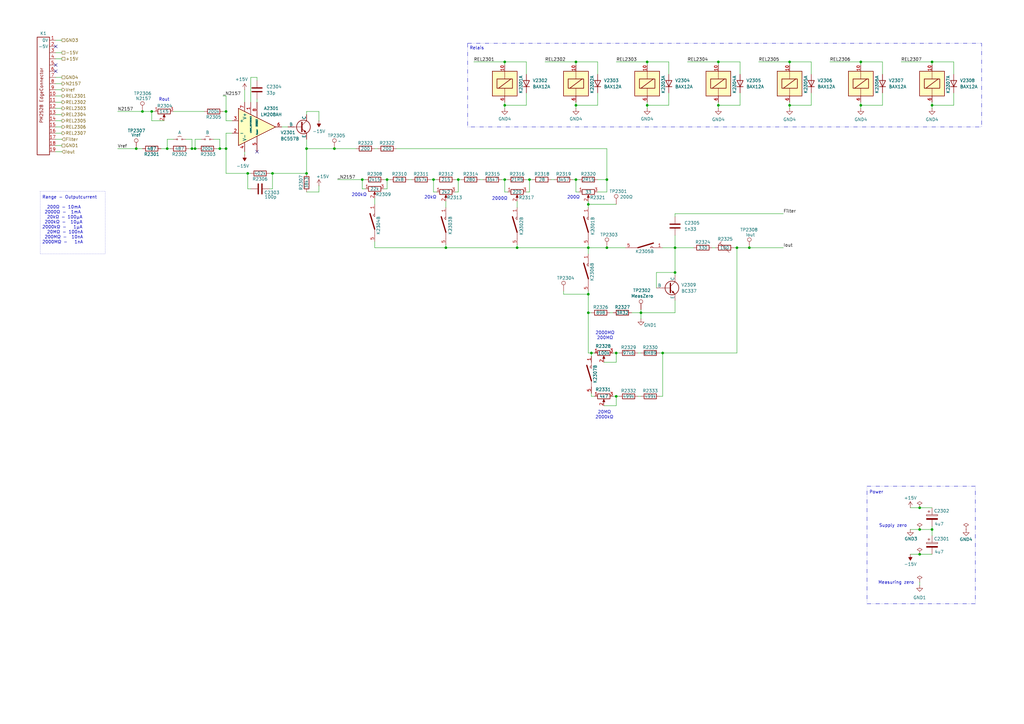
<source format=kicad_sch>
(kicad_sch (version 20250114) (generator "eeschema") (generator_version "9.0")
  (paper "A3")
  (title_block (title "Philips PM2528 - N23 (Current Source)") (date "2025-07-23") (rev "1.0"))
  (rectangle (start 191.77 17.78) (end 402.59 52.07) (stroke (width 0) (type dash_dot_dot)))
  (rectangle (start 16.51 78.486) (end 43.18 104.14) (stroke (width 0) (type dot)))
  (rectangle (start 355.6 199.39) (end 400.05 247.65) (stroke (width 0) (type dash_dot_dot)))
  (text "200Ω" (at 235.204 81.026 0) (effects (font (size 1.27 1.27))))
  (text "Power" (at 359.41 201.93 0) (effects (font (size 1.27 1.27))))
  (text "Measuring zero" (at 367.538 239.014 0) (effects (font (size 1.27 1.27))))
  (text "20kΩ" (at 176.53 81.026 0) (effects (font (size 1.27 1.27))))
  (text "2000MΩ\n200MΩ" (at 248.158 137.668 0) (effects (font (size 1.27 1.27))))
  (text "200kΩ" (at 147.32 80.01 0) (effects (font (size 1.27 1.27))))
  (text "20MΩ\n2000kΩ" (at 247.904 170.18 0) (effects (font (size 1.27 1.27))))
  (text "Relais" (at 195.58 19.812 0) (effects (font (size 1.27 1.27))))
  (text "2000Ω" (at 204.978 81.534 0) (effects (font (size 1.27 1.27))))
  (text "Rout" (at 67.31 40.894 0) (effects (font (size 1.27 1.27))))
  (text "Range - Outputcurrent\n\n  200Ω - 10mA\n 2000Ω -  1mA\n  20kΩ - 100µA\n 200kΩ -  10µA\n2000kΩ -   1µA\n  20MΩ - 100nA\n 200MΩ -  10nA\n2000MΩ -   1nA\n" (at 17.272 80.264 0) (effects (font (size 1.27 1.27) (thickness 0.1588)) (justify left top)))
  (text "Supply zero" (at 366.268 215.646 0) (effects (font (size 1.27 1.27))))
  (junction (at 276.86 101.6))
  (junction (at 323.85 43.18))
  (junction (at 58.42 45.72))
  (junction (at 92.71 45.72))
  (junction (at 252.73 144.78))
  (junction (at 207.01 73.66))
  (junction (at 248.92 101.6))
  (junction (at 125.73 60.96))
  (junction (at 353.06 25.4))
  (junction (at 62.23 45.72))
  (junction (at 177.8 73.66))
  (junction (at 236.22 43.18))
  (junction (at 265.43 25.4))
  (junction (at 241.3 128.27))
  (junction (at 382.27 43.18))
  (junction (at 236.22 25.4))
  (junction (at 252.73 162.56))
  (junction (at 302.26 101.6))
  (junction (at 242.57 144.78))
  (junction (at 207.01 25.4))
  (junction (at 111.76 71.12))
  (junction (at 241.3 83.82))
  (junction (at 294.64 43.18))
  (junction (at 158.75 73.66))
  (junction (at 271.78 144.78))
  (junction (at 377.19 208.28))
  (junction (at 307.34 101.6))
  (junction (at 262.89 128.27))
  (junction (at 377.19 217.17))
  (junction (at 248.92 73.66))
  (junction (at 90.17 60.96))
  (junction (at 207.01 43.18))
  (junction (at 377.19 227.33))
  (junction (at 241.3 120.65))
  (junction (at 236.22 73.66))
  (junction (at 382.27 25.4))
  (junction (at 68.58 60.96))
  (junction (at 276.86 111.76))
  (junction (at 382.27 217.17))
  (junction (at 241.3 101.6))
  (junction (at 92.71 60.96))
  (junction (at 217.17 73.66))
  (junction (at 55.88 60.96))
  (junction (at 80.01 60.96))
  (junction (at 125.73 71.12))
  (junction (at 148.59 73.66))
  (junction (at 101.6 71.12))
  (junction (at 353.06 43.18))
  (junction (at 323.85 25.4))
  (junction (at 265.43 43.18))
  (junction (at 137.16 60.96))
  (junction (at 212.09 101.6))
  (junction (at 182.88 101.6))
  (junction (at 187.96 73.66))
  (junction (at 294.64 25.4))
  (junction (at 78.74 60.96))
  (no_connect (at 105.41 62.23))
  (no_connect (at 22.86 29.21))
  (no_connect (at 22.86 19.05))
  (no_connect (at 22.86 26.67))
  (wire (pts (xy 302.26 101.6) (xy 302.26 144.78)))
  (wire (pts (xy 58.42 45.72) (xy 62.23 45.72)))
  (wire (pts (xy 90.17 57.15) (xy 90.17 60.96)))
  (wire (pts (xy 91.44 45.72) (xy 92.71 45.72)))
  (wire (pts (xy 252.73 144.78) (xy 254 144.78)))
  (wire (pts (xy 187.96 73.66) (xy 189.23 73.66)))
  (wire (pts (xy 205.74 73.66) (xy 207.01 73.66)))
  (wire (pts (xy 271.78 144.78) (xy 302.26 144.78)))
  (wire (pts (xy 251.46 144.78) (xy 252.73 144.78)))
  (wire (pts (xy 323.85 44.45) (xy 323.85 43.18)))
  (wire (pts (xy 111.76 71.12) (xy 125.73 71.12)))
  (wire (pts (xy 292.1 101.6) (xy 293.37 101.6)))
  (wire (pts (xy 149.86 73.66) (xy 148.59 73.66)))
  (wire (pts (xy 130.81 78.74) (xy 130.81 76.2)))
  (wire (pts (xy 125.73 46.99) (xy 125.73 45.72)))
  (wire (pts (xy 207.01 25.4) (xy 207.01 26.67)))
  (wire (pts (xy 276.86 101.6) (xy 276.86 111.76)))
  (wire (pts (xy 241.3 119.38) (xy 241.3 120.65)))
  (wire (pts (xy 251.46 162.56) (xy 252.73 162.56)))
  (wire (pts (xy 276.86 111.76) (xy 276.86 113.03)))
  (wire (pts (xy 245.11 43.18) (xy 236.22 43.18)))
  (wire (pts (xy 177.8 78.74) (xy 177.8 73.66)))
  (wire (pts (xy 261.62 144.78) (xy 262.89 144.78)))
  (wire (pts (xy 48.26 45.72) (xy 58.42 45.72)))
  (wire (pts (xy 323.85 25.4) (xy 323.85 26.67)))
  (wire (pts (xy 66.04 60.96) (xy 68.58 60.96)))
  (wire (pts (xy 241.3 144.78) (xy 242.57 144.78)))
  (wire (pts (xy 252.73 25.4) (xy 265.43 25.4)))
  (wire (pts (xy 125.73 60.96) (xy 125.73 57.15)))
  (wire (pts (xy 276.86 101.6) (xy 284.48 101.6)))
  (wire (pts (xy 102.87 71.12) (xy 101.6 71.12)))
  (wire (pts (xy 300.99 101.6) (xy 302.26 101.6)))
  (wire (pts (xy 102.87 31.75) (xy 105.41 31.75)))
  (wire (pts (xy 274.32 38.1) (xy 274.32 43.18)))
  (wire (pts (xy 71.12 57.15) (xy 68.58 57.15)))
  (wire (pts (xy 276.86 128.27) (xy 262.89 128.27)))
  (wire (pts (xy 262.89 127) (xy 262.89 128.27)))
  (wire (pts (xy 373.38 227.33) (xy 377.19 227.33)))
  (wire (pts (xy 270.51 144.78) (xy 271.78 144.78)))
  (wire (pts (xy 248.92 73.66) (xy 248.92 60.96)))
  (wire (pts (xy 382.27 217.17) (xy 382.27 219.71)))
  (wire (pts (xy 90.17 60.96) (xy 92.71 60.96)))
  (wire (pts (xy 265.43 25.4) (xy 274.32 25.4)))
  (wire (pts (xy 22.86 24.13) (xy 25.4 24.13)))
  (wire (pts (xy 274.32 43.18) (xy 265.43 43.18)))
  (wire (pts (xy 247.65 166.37) (xy 252.73 166.37)))
  (wire (pts (xy 294.64 25.4) (xy 294.64 26.67)))
  (wire (pts (xy 207.01 25.4) (xy 215.9 25.4)))
  (wire (pts (xy 125.73 60.96) (xy 137.16 60.96)))
  (wire (pts (xy 167.64 73.66) (xy 168.91 73.66)))
  (wire (pts (xy 377.19 238.76) (xy 377.19 240.03)))
  (wire (pts (xy 67.31 49.53) (xy 62.23 49.53)))
  (wire (pts (xy 62.23 45.72) (xy 63.5 45.72)))
  (wire (pts (xy 265.43 44.45) (xy 265.43 43.18)))
  (wire (pts (xy 215.9 78.74) (xy 217.17 78.74)))
  (wire (pts (xy 269.24 111.76) (xy 276.86 111.76)))
  (wire (pts (xy 307.34 101.6) (xy 321.31 101.6)))
  (wire (pts (xy 236.22 43.18) (xy 236.22 41.91)))
  (wire (pts (xy 248.92 101.6) (xy 256.54 101.6)))
  (wire (pts (xy 361.95 43.18) (xy 353.06 43.18)))
  (wire (pts (xy 182.88 101.6) (xy 212.09 101.6)))
  (wire (pts (xy 252.73 162.56) (xy 254 162.56)))
  (wire (pts (xy 91.44 39.37) (xy 92.71 39.37)))
  (wire (pts (xy 252.73 148.59) (xy 252.73 144.78)))
  (wire (pts (xy 270.51 162.56) (xy 271.78 162.56)))
  (wire (pts (xy 382.27 43.18) (xy 382.27 41.91)))
  (wire (pts (xy 353.06 25.4) (xy 361.95 25.4)))
  (wire (pts (xy 369.57 25.4) (xy 382.27 25.4)))
  (wire (pts (xy 22.86 39.37) (xy 25.4 39.37)))
  (wire (pts (xy 148.59 73.66) (xy 148.59 77.47)))
  (wire (pts (xy 373.38 217.17) (xy 377.19 217.17)))
  (wire (pts (xy 22.86 31.75) (xy 25.4 31.75)))
  (wire (pts (xy 100.33 36.83) (xy 100.33 41.91)))
  (wire (pts (xy 391.16 43.18) (xy 382.27 43.18)))
  (wire (pts (xy 276.86 123.19) (xy 276.86 128.27)))
  (wire (pts (xy 130.81 45.72) (xy 130.81 49.53)))
  (wire (pts (xy 303.53 38.1) (xy 303.53 43.18)))
  (wire (pts (xy 236.22 78.74) (xy 236.22 73.66)))
  (wire (pts (xy 248.92 78.74) (xy 248.92 73.66)))
  (wire (pts (xy 276.86 87.63) (xy 276.86 88.9)))
  (wire (pts (xy 80.01 57.15) (xy 80.01 60.96)))
  (wire (pts (xy 88.9 60.96) (xy 90.17 60.96)))
  (wire (pts (xy 377.19 217.17) (xy 382.27 217.17)))
  (wire (pts (xy 382.27 215.9) (xy 382.27 217.17)))
  (wire (pts (xy 158.75 77.47) (xy 158.75 73.66)))
  (wire (pts (xy 207.01 44.45) (xy 207.01 43.18)))
  (wire (pts (xy 186.69 73.66) (xy 187.96 73.66)))
  (wire (pts (xy 22.86 59.69) (xy 25.4 59.69)))
  (wire (pts (xy 361.95 38.1) (xy 361.95 43.18)))
  (wire (pts (xy 62.23 49.53) (xy 62.23 45.72)))
  (wire (pts (xy 78.74 60.96) (xy 80.01 60.96)))
  (wire (pts (xy 361.95 25.4) (xy 361.95 30.48)))
  (wire (pts (xy 148.59 77.47) (xy 149.86 77.47)))
  (wire (pts (xy 92.71 71.12) (xy 92.71 60.96)))
  (wire (pts (xy 271.78 144.78) (xy 271.78 162.56)))
  (wire (pts (xy 245.11 25.4) (xy 245.11 30.48)))
  (wire (pts (xy 111.76 77.47) (xy 111.76 71.12)))
  (wire (pts (xy 92.71 54.61) (xy 95.25 54.61)))
  (wire (pts (xy 207.01 43.18) (xy 207.01 41.91)))
  (wire (pts (xy 22.86 36.83) (xy 25.4 36.83)))
  (wire (pts (xy 332.74 43.18) (xy 323.85 43.18)))
  (wire (pts (xy 241.3 128.27) (xy 241.3 144.78)))
  (wire (pts (xy 250.19 128.27) (xy 251.46 128.27)))
  (wire (pts (xy 353.06 25.4) (xy 353.06 26.67)))
  (wire (pts (xy 248.92 60.96) (xy 162.56 60.96)))
  (wire (pts (xy 115.57 52.07) (xy 118.11 52.07)))
  (wire (pts (xy 241.3 128.27) (xy 242.57 128.27)))
  (wire (pts (xy 261.62 162.56) (xy 262.89 162.56)))
  (wire (pts (xy 208.28 78.74) (xy 207.01 78.74)))
  (wire (pts (xy 215.9 38.1) (xy 215.9 43.18)))
  (wire (pts (xy 207.01 73.66) (xy 208.28 73.66)))
  (wire (pts (xy 252.73 166.37) (xy 252.73 162.56)))
  (wire (pts (xy 223.52 25.4) (xy 236.22 25.4)))
  (wire (pts (xy 196.85 73.66) (xy 198.12 73.66)))
  (wire (pts (xy 177.8 73.66) (xy 179.07 73.66)))
  (wire (pts (xy 157.48 73.66) (xy 158.75 73.66)))
  (wire (pts (xy 294.64 44.45) (xy 294.64 43.18)))
  (wire (pts (xy 22.86 52.07) (xy 25.4 52.07)))
  (wire (pts (xy 215.9 43.18) (xy 207.01 43.18)))
  (wire (pts (xy 332.74 25.4) (xy 332.74 30.48)))
  (wire (pts (xy 303.53 25.4) (xy 303.53 30.48)))
  (wire (pts (xy 78.74 57.15) (xy 76.2 57.15)))
  (wire (pts (xy 265.43 43.18) (xy 265.43 41.91)))
  (wire (pts (xy 55.88 60.96) (xy 58.42 60.96)))
  (wire (pts (xy 245.11 38.1) (xy 245.11 43.18)))
  (wire (pts (xy 294.64 43.18) (xy 294.64 41.91)))
  (wire (pts (xy 237.49 78.74) (xy 236.22 78.74)))
  (wire (pts (xy 22.86 62.23) (xy 25.4 62.23)))
  (wire (pts (xy 68.58 60.96) (xy 69.85 60.96)))
  (wire (pts (xy 245.11 73.66) (xy 248.92 73.66)))
  (wire (pts (xy 242.57 146.05) (xy 242.57 144.78)))
  (wire (pts (xy 212.09 100.33) (xy 212.09 101.6)))
  (wire (pts (xy 391.16 38.1) (xy 391.16 43.18)))
  (wire (pts (xy 179.07 78.74) (xy 177.8 78.74)))
  (wire (pts (xy 247.65 148.59) (xy 252.73 148.59)))
  (wire (pts (xy 281.94 25.4) (xy 294.64 25.4)))
  (wire (pts (xy 231.14 120.65) (xy 241.3 120.65)))
  (wire (pts (xy 302.26 101.6) (xy 307.34 101.6)))
  (wire (pts (xy 22.86 49.53) (xy 25.4 49.53)))
  (wire (pts (xy 100.33 62.23) (xy 100.33 63.5)))
  (wire (pts (xy 236.22 25.4) (xy 245.11 25.4)))
  (wire (pts (xy 110.49 77.47) (xy 111.76 77.47)))
  (wire (pts (xy 276.86 96.52) (xy 276.86 101.6)))
  (wire (pts (xy 353.06 43.18) (xy 353.06 41.91)))
  (wire (pts (xy 92.71 49.53) (xy 95.25 49.53)))
  (wire (pts (xy 245.11 78.74) (xy 248.92 78.74)))
  (wire (pts (xy 80.01 60.96) (xy 81.28 60.96)))
  (wire (pts (xy 182.88 82.55) (xy 182.88 85.09)))
  (wire (pts (xy 125.73 71.12) (xy 125.73 60.96)))
  (wire (pts (xy 153.67 81.28) (xy 153.67 83.82)))
  (wire (pts (xy 377.19 227.33) (xy 382.27 227.33)))
  (wire (pts (xy 241.3 82.55) (xy 241.3 83.82)))
  (wire (pts (xy 92.71 54.61) (xy 92.71 60.96)))
  (wire (pts (xy 153.67 60.96) (xy 154.94 60.96)))
  (wire (pts (xy 382.27 25.4) (xy 391.16 25.4)))
  (wire (pts (xy 153.67 101.6) (xy 182.88 101.6)))
  (wire (pts (xy 262.89 128.27) (xy 262.89 130.81)))
  (wire (pts (xy 137.16 60.96) (xy 146.05 60.96)))
  (wire (pts (xy 274.32 25.4) (xy 274.32 30.48)))
  (wire (pts (xy 187.96 78.74) (xy 187.96 73.66)))
  (wire (pts (xy 125.73 78.74) (xy 130.81 78.74)))
  (wire (pts (xy 71.12 45.72) (xy 83.82 45.72)))
  (wire (pts (xy 241.3 100.33) (xy 241.3 101.6)))
  (wire (pts (xy 271.78 101.6) (xy 276.86 101.6)))
  (wire (pts (xy 92.71 39.37) (xy 92.71 45.72)))
  (wire (pts (xy 265.43 25.4) (xy 265.43 26.67)))
  (wire (pts (xy 382.27 44.45) (xy 382.27 43.18)))
  (wire (pts (xy 110.49 71.12) (xy 111.76 71.12)))
  (wire (pts (xy 212.09 101.6) (xy 241.3 101.6)))
  (wire (pts (xy 217.17 73.66) (xy 218.44 73.66)))
  (wire (pts (xy 311.15 25.4) (xy 323.85 25.4)))
  (wire (pts (xy 259.08 128.27) (xy 262.89 128.27)))
  (wire (pts (xy 234.95 73.66) (xy 236.22 73.66)))
  (wire (pts (xy 87.63 57.15) (xy 90.17 57.15)))
  (wire (pts (xy 323.85 25.4) (xy 332.74 25.4)))
  (wire (pts (xy 215.9 25.4) (xy 215.9 30.48)))
  (wire (pts (xy 101.6 77.47) (xy 101.6 71.12)))
  (wire (pts (xy 182.88 100.33) (xy 182.88 101.6)))
  (wire (pts (xy 236.22 44.45) (xy 236.22 43.18)))
  (wire (pts (xy 22.86 21.59) (xy 25.4 21.59)))
  (wire (pts (xy 105.41 31.75) (xy 105.41 33.02)))
  (wire (pts (xy 22.86 46.99) (xy 25.4 46.99)))
  (wire (pts (xy 242.57 144.78) (xy 243.84 144.78)))
  (wire (pts (xy 78.74 57.15) (xy 78.74 60.96)))
  (wire (pts (xy 241.3 120.65) (xy 241.3 128.27)))
  (wire (pts (xy 138.43 73.66) (xy 148.59 73.66)))
  (wire (pts (xy 82.55 57.15) (xy 80.01 57.15)))
  (wire (pts (xy 176.53 73.66) (xy 177.8 73.66)))
  (wire (pts (xy 294.64 25.4) (xy 303.53 25.4)))
  (wire (pts (xy 22.86 44.45) (xy 25.4 44.45)))
  (wire (pts (xy 332.74 38.1) (xy 332.74 43.18)))
  (wire (pts (xy 101.6 71.12) (xy 92.71 71.12)))
  (wire (pts (xy 102.87 41.91) (xy 102.87 31.75)))
  (wire (pts (xy 241.3 101.6) (xy 248.92 101.6)))
  (wire (pts (xy 382.27 25.4) (xy 382.27 26.67)))
  (wire (pts (xy 241.3 83.82) (xy 241.3 85.09)))
  (wire (pts (xy 236.22 73.66) (xy 237.49 73.66)))
  (wire (pts (xy 269.24 118.11) (xy 269.24 111.76)))
  (wire (pts (xy 242.57 162.56) (xy 243.84 162.56)))
  (wire (pts (xy 22.86 34.29) (xy 25.4 34.29)))
  (wire (pts (xy 226.06 73.66) (xy 227.33 73.66)))
  (wire (pts (xy 241.3 101.6) (xy 241.3 104.14)))
  (wire (pts (xy 323.85 43.18) (xy 323.85 41.91)))
  (wire (pts (xy 231.14 120.65) (xy 231.14 119.38)))
  (wire (pts (xy 373.38 208.28) (xy 377.19 208.28)))
  (wire (pts (xy 105.41 40.64) (xy 105.41 41.91)))
  (wire (pts (xy 68.58 57.15) (xy 68.58 60.96)))
  (wire (pts (xy 125.73 45.72) (xy 130.81 45.72)))
  (wire (pts (xy 242.57 161.29) (xy 242.57 162.56)))
  (wire (pts (xy 186.69 78.74) (xy 187.96 78.74)))
  (wire (pts (xy 215.9 73.66) (xy 217.17 73.66)))
  (wire (pts (xy 377.19 208.28) (xy 382.27 208.28)))
  (wire (pts (xy 158.75 73.66) (xy 160.02 73.66)))
  (wire (pts (xy 321.31 87.63) (xy 276.86 87.63)))
  (wire (pts (xy 241.3 83.82) (xy 252.73 83.82)))
  (wire (pts (xy 236.22 25.4) (xy 236.22 26.67)))
  (wire (pts (xy 194.31 25.4) (xy 207.01 25.4)))
  (wire (pts (xy 217.17 78.74) (xy 217.17 73.66)))
  (wire (pts (xy 353.06 44.45) (xy 353.06 43.18)))
  (wire (pts (xy 22.86 54.61) (xy 25.4 54.61)))
  (wire (pts (xy 22.86 16.51) (xy 25.4 16.51)))
  (wire (pts (xy 212.09 82.55) (xy 212.09 85.09)))
  (wire (pts (xy 391.16 25.4) (xy 391.16 30.48)))
  (wire (pts (xy 22.86 41.91) (xy 25.4 41.91)))
  (wire (pts (xy 303.53 43.18) (xy 294.64 43.18)))
  (wire (pts (xy 22.86 57.15) (xy 25.4 57.15)))
  (wire (pts (xy 92.71 45.72) (xy 92.71 49.53)))
  (wire (pts (xy 207.01 78.74) (xy 207.01 73.66)))
  (wire (pts (xy 77.47 60.96) (xy 78.74 60.96)))
  (wire (pts (xy 102.87 77.47) (xy 101.6 77.47)))
  (wire (pts (xy 157.48 77.47) (xy 158.75 77.47)))
  (wire (pts (xy 48.26 60.96) (xy 55.88 60.96)))
  (wire (pts (xy 340.36 25.4) (xy 353.06 25.4)))
  (wire (pts (xy 153.67 99.06) (xy 153.67 101.6)))
  (label "REL2301" (at 194.31 25.4 0))
  (label "REL2305" (at 311.15 25.4 0))
  (label "Vref" (at 48.26 60.96 0))
  (label "_N2157" (at 91.44 39.37 0))
  (label "REL2304" (at 281.94 25.4 0))
  (label "REL2302" (at 223.52 25.4 0))
  (label "N2157" (at 48.26 45.72 0))
  (label "_N2157" (at 138.43 73.66 0))
  (label "Iout" (at 321.31 101.6 0))
  (label "REL2306" (at 340.36 25.4 0))
  (label "REL2303" (at 252.73 25.4 0))
  (label "Filter" (at 321.31 87.63 0))
  (label "REL2307" (at 369.57 25.4 0))
  (hierarchical_label "+15V" (shape passive) (at 25.4 24.13 0))
  (hierarchical_label "Filter" (shape input) (at 25.4 57.15 0))
  (hierarchical_label "REL2306" (shape output) (at 25.4 52.07 0))
  (hierarchical_label "Iout" (shape input) (at 25.4 62.23 0))
  (hierarchical_label "REL2303" (shape output) (at 25.4 44.45 0))
  (hierarchical_label "REL2302" (shape output) (at 25.4 41.91 0))
  (hierarchical_label "GND3" (shape passive) (at 25.4 16.51 0))
  (hierarchical_label "GND1" (shape passive) (at 25.4 59.69 0))
  (hierarchical_label "REL2304" (shape output) (at 25.4 46.99 0))
  (hierarchical_label "Vref" (shape output) (at 25.4 36.83 0))
  (hierarchical_label "REL2301" (shape output) (at 25.4 39.37 0))
  (hierarchical_label "N2157" (shape output) (at 25.4 34.29 0))
  (hierarchical_label "GND4" (shape passive) (at 25.4 31.75 0))
  (hierarchical_label "REL2305" (shape output) (at 25.4 49.53 0))
  (hierarchical_label "-15V" (shape passive) (at 25.4 21.59 0))
  (hierarchical_label "REL2307" (shape output) (at 25.4 54.61 0))
  (symbol (lib_id "Device:R") (at 87.63 45.72 90) (unit 1)
    (property "Reference" "R2305" (at 87.63 48.006 90))
    (property "Value" "200k" (at 87.63 45.72 90))
    (property "Footprint" "Resistor_THT:R_Axial_DIN0309_L9.0mm_D3.2mm_P12.70mm_Horizontal" (effects (hide yes)))
    (property "Description" "Resistor" (effects (hide yes)))
  )
  (symbol (lib_id "Device:R_Trim") (at 297.18 101.6 90) (unit 1)
    (property "Reference" "R2325" (at 297.434 98.044 90))
    (property "Value" "100" (at 297.18 101.6 90))
    (property "Footprint" "Varistor:RV_Disc_D7mm_W3.9mm_P5mm" (effects (hide yes)))
    (property "Description" "Trimmable resistor (preset resistor)" (effects (hide yes)))
  )
  (symbol (lib_id "Device:R") (at 158.75 60.96 90) (mirror x) (unit 1)
    (property "Reference" "R2322" (at 158.75 58.674 90))
    (property "Value" "200" (at 158.75 60.96 90))
    (property "Footprint" "Resistor_THT:R_Axial_DIN0309_L9.0mm_D3.2mm_P12.70mm_Horizontal" (effects (hide yes)))
    (property "Description" "Resistor" (effects (hide yes)))
  )
  (symbol (lib_id "Device:R") (at 241.3 73.66 90) (mirror x) (unit 1)
    (property "Reference" "R2320" (at 241.3 71.374 90))
    (property "Value" "2R15" (at 241.3 73.66 90))
    (property "Footprint" "Resistor_THT:R_Axial_DIN0207_L6.3mm_D2.5mm_P10.16mm_Horizontal" (effects (hide yes)))
    (property "Description" "Resistor" (effects (hide yes)))
  )
  (symbol (lib_id "Device:R_Potentiometer") (at 182.88 78.74 90) (mirror x) (unit 1)
    (property "Reference" "R2313" (at 186.436 81.026 90))
    (property "Value" "2k2" (at 182.88 78.74 90))
    (property "Footprint" "PM2528:Potentiometer horizontal ceramic" (effects (hide yes)))
    (property "Description" "Potentiometer" (effects (hide yes)))
  )
  (symbol (lib_id "Device:R") (at 149.86 60.96 90) (mirror x) (unit 1)
    (property "Reference" "R2323" (at 149.86 58.674 90))
    (property "Value" "200" (at 149.86 60.96 90))
    (property "Footprint" "Resistor_THT:R_Axial_DIN0309_L9.0mm_D3.2mm_P12.70mm_Horizontal" (effects (hide yes)))
    (property "Description" "Resistor" (effects (hide yes)))
  )
  (symbol (lib_id "Device:R") (at 163.83 73.66 90) (mirror x) (unit 1)
    (property "Reference" "R2310" (at 163.83 71.374 90))
    (property "Value" "2k8" (at 163.83 73.66 90))
    (property "Footprint" "Resistor_THT:R_Axial_DIN0207_L6.3mm_D2.5mm_P10.16mm_Horizontal" (effects (hide yes)))
    (property "Description" "Resistor" (effects (hide yes)))
  )
  (symbol (lib_id "Device:R") (at 246.38 128.27 90) (mirror x) (unit 1)
    (property "Reference" "R2326" (at 246.38 125.984 90))
    (property "Value" "898" (at 246.38 128.27 90))
    (property "Footprint" "Resistor_THT:R_Axial_DIN0207_L6.3mm_D2.5mm_P10.16mm_Horizontal" (effects (hide yes)))
    (property "Description" "Resistor" (effects (hide yes)))
  )
  (symbol (lib_id "power:-15V") (at 100.33 63.5 180) (unit 1)
    (property "Reference" "#PWR012" (effects (hide yes)))
    (property "Value" "-15V" (at 99.568 68.072 0))
    (property "Description" "Power symbol creates a global label with name \"-15V\"" (effects (hide yes)))
  )
  (symbol (lib_id "Device:R") (at 153.67 73.66 90) (mirror x) (unit 1)
    (property "Reference" "R2308" (at 153.67 71.374 90))
    (property "Value" "2k15" (at 153.67 73.66 90))
    (property "Footprint" "Resistor_THT:R_Axial_DIN0207_L6.3mm_D2.5mm_P10.16mm_Horizontal" (effects (hide yes)))
    (property "Description" "Resistor" (effects (hide yes)))
  )
  (symbol (lib_id "Diode:1N4001") (at 361.95 34.29 90) (unit 1)
    (property "Reference" "V2307" (at 364.49 33.0199 90) (effects (justify right)))
    (property "Value" "BAX12A" (at 364.49 35.5599 90) (effects (justify right)))
    (property "Footprint" "Diode_THT:D_DO-41_SOD81_P10.16mm_Horizontal" (effects (hide yes)))
    (property "Datasheet" "http://www.vishay.com/docs/88503/1n4001.pdf" (effects (hide yes)))
    (property "Description" "50V 1A General Purpose Rectifier Diode, DO-41" (effects (hide yes)))
    (property "Sim.Device" "D" (effects (hide yes)))
    (property "Sim.Pins" "1=K 2=A" (effects (hide yes)))
  )
  (symbol (lib_id "Connector:TestPoint") (at 262.89 127 0) (unit 1)
    (property "Reference" "TP2302" (at 259.588 119.126 0) (effects (justify left)))
    (property "Value" "MeasZero" (at 258.826 121.412 0) (effects (justify left)))
    (property "Footprint" "Connector_PinHeader_1.00mm:PinHeader_1x01_P1.00mm_Vertical" (effects (hide yes)))
    (property "Description" "test point" (effects (hide yes)))
  )
  (symbol (lib_id "power:PWR_FLAG") (at 377.19 208.28 0) (unit 1)
    (property "Reference" "#FLG01" (effects (hide yes)))
    (property "Value" "PWR_FLAG" (effects (hide yes)))
    (property "Description" "Special symbol for telling ERC where power comes from" (effects (hide yes)))
  )
  (symbol (lib_id "power:GND3") (at 294.64 44.45 0) (unit 1)
    (property "Reference" "#PWR05" (effects (hide yes)))
    (property "Value" "GND4" (at 294.64 49.022 0))
    (property "Description" "Power symbol creates a global label with name \"GND3\" , ground" (effects (hide yes)))
  )
  (symbol (lib_id "Diode:1N4001") (at 332.74 34.29 90) (unit 1)
    (property "Reference" "V2306" (at 335.28 33.0199 90) (effects (justify right)))
    (property "Value" "BAX12A" (at 335.28 35.5599 90) (effects (justify right)))
    (property "Footprint" "Diode_THT:D_DO-41_SOD81_P10.16mm_Horizontal" (effects (hide yes)))
    (property "Datasheet" "http://www.vishay.com/docs/88503/1n4001.pdf" (effects (hide yes)))
    (property "Description" "50V 1A General Purpose Rectifier Diode, DO-41" (effects (hide yes)))
    (property "Sim.Device" "D" (effects (hide yes)))
    (property "Sim.Pins" "1=K 2=A" (effects (hide yes)))
  )
  (symbol (lib_id "Device:R") (at 222.25 73.66 90) (mirror x) (unit 1)
    (property "Reference" "R2318" (at 222.25 71.374 90))
    (property "Value" "28" (at 222.25 73.66 90))
    (property "Footprint" "Resistor_THT:R_Axial_DIN0207_L6.3mm_D2.5mm_P10.16mm_Horizontal" (effects (hide yes)))
    (property "Description" "Resistor" (effects (hide yes)))
  )
  (symbol (lib_id "Device:R") (at 201.93 73.66 90) (mirror x) (unit 1)
    (property "Reference" "R2315" (at 201.93 71.374 90))
    (property "Value" "35k7" (at 201.93 73.66 90))
    (property "Footprint" "Resistor_THT:R_Axial_DIN0207_L6.3mm_D2.5mm_P10.16mm_Horizontal" (effects (hide yes)))
    (property "Description" "Resistor" (effects (hide yes)))
  )
  (symbol (lib_id "Device:R") (at 182.88 73.66 90) (mirror x) (unit 1)
    (property "Reference" "R2312" (at 182.88 71.374 90))
    (property "Value" "215" (at 182.88 73.66 90))
    (property "Footprint" "Resistor_THT:R_Axial_DIN0207_L6.3mm_D2.5mm_P10.16mm_Horizontal" (effects (hide yes)))
    (property "Description" "Resistor" (effects (hide yes)))
  )
  (symbol (lib_id "power:PWR_FLAG") (at 377.19 217.17 0) (unit 1)
    (property "Reference" "#FLG02" (effects (hide yes)))
    (property "Value" "PWR_FLAG" (effects (hide yes)))
    (property "Description" "Special symbol for telling ERC where power comes from" (effects (hide yes)))
  )
  (symbol (lib_id "Jumper:Jumper_2_Small_Open") (at 85.09 57.15 0) (unit 1)
    (property "Reference" "JP2" (effects (hide yes)))
    (property "Value" "B" (at 85.09 54.356 0))
    (property "Footprint" "TestPoint:TestPoint_Bridge_Pitch5.08mm_Drill0.7mm" (effects (hide yes)))
    (property "Description" "Jumper, 2-pole, small symbol, open" (effects (hide yes)))
  )
  (symbol (lib_id "Device:R") (at 257.81 162.56 90) (mirror x) (unit 1)
    (property "Reference" "R2332" (at 257.81 160.274 90))
    (property "Value" "499k" (at 257.81 162.56 90))
    (property "Footprint" "Resistor_THT:R_Axial_DIN0309_L9.0mm_D3.2mm_P12.70mm_Horizontal" (effects (hide yes)))
    (property "Description" "Resistor" (effects (hide yes)))
  )
  (symbol (lib_id "power:+15V") (at 373.38 208.28 0) (unit 1)
    (property "Reference" "#PWR011" (effects (hide yes)))
    (property "Value" "+15V" (at 373.38 204.216 0))
    (property "Description" "Power symbol creates a global label with name \"+15V\"" (effects (hide yes)))
  )
  (symbol (lib_id "Device:C") (at 105.41 36.83 0) (unit 1)
    (property "Reference" "C2304" (at 109.22 35.5599 0) (effects (justify left)))
    (property "Value" "33p" (at 109.22 38.0999 0) (effects (justify left)))
    (property "Footprint" "Capacitor_THT:C_Disc_D4.3mm_W1.9mm_P5.00mm" (effects (hide yes)))
    (property "Description" "Unpolarized capacitor" (effects (hide yes)))
  )
  (symbol (lib_id "power:GND3") (at 373.38 217.17 0) (unit 1)
    (property "Reference" "#PWR01" (effects (hide yes)))
    (property "Value" "GND3" (at 373.634 220.98 0))
    (property "Description" "Power symbol creates a global label with name \"GND3\" , ground" (effects (hide yes)))
  )
  (symbol (lib_id "Simulation_SPICE:NPN") (at 274.32 118.11 0) (unit 1)
    (property "Reference" "V2309" (at 279.4 116.8399 0) (effects (justify left)))
    (property "Value" "BC337" (at 279.4 119.3799 0) (effects (justify left)))
    (property "Footprint" "Package_TO_SOT_THT:TO-92" (effects (hide yes)))
    (property "Datasheet" "https://ngspice.sourceforge.io/docs/ngspice-html-manual/manual.xhtml#cha_BJTs" (effects (hide yes)))
    (property "Description" "Bipolar transistor symbol for simulation only, substrate tied to the emitter" (effects (hide yes)))
    (property "Sim.Device" "NPN" (effects (hide yes)))
    (property "Sim.Type" "GUMMELPOON" (effects (hide yes)))
    (property "Sim.Pins" "1=C 2=B 3=E" (effects (hide yes)))
  )
  (symbol (lib_id "Device:R") (at 106.68 71.12 90) (unit 1)
    (property "Reference" "R2306" (at 106.68 73.406 90))
    (property "Value" "402k" (at 106.68 71.12 90))
    (property "Footprint" "Resistor_THT:R_Axial_DIN0309_L9.0mm_D3.2mm_P12.70mm_Horizontal" (effects (hide yes)))
    (property "Description" "Resistor" (effects (hide yes)))
  )
  (symbol (lib_id "Device:C_Polarized") (at 382.27 212.09 0) (unit 1)
    (property "Reference" "C2302" (at 383.032 209.55 0) (effects (justify left)))
    (property "Value" "4u7" (at 383.286 214.884 0) (effects (justify left)))
    (property "Footprint" "Capacitor_THT:CP_Radial_Tantal_D4.5mm_P5.00mm" (effects (hide yes)))
    (property "Description" "Polarized capacitor" (effects (hide yes)))
  )
  (symbol (lib_id "Diode:1N4001") (at 303.53 34.29 90) (unit 1)
    (property "Reference" "V2305" (at 306.07 33.0199 90) (effects (justify right)))
    (property "Value" "BAX12A" (at 306.07 35.5599 90) (effects (justify right)))
    (property "Footprint" "Diode_THT:D_DO-41_SOD81_P10.16mm_Horizontal" (effects (hide yes)))
    (property "Datasheet" "http://www.vishay.com/docs/88503/1n4001.pdf" (effects (hide yes)))
    (property "Description" "50V 1A General Purpose Rectifier Diode, DO-41" (effects (hide yes)))
    (property "Sim.Device" "D" (effects (hide yes)))
    (property "Sim.Pins" "1=K 2=A" (effects (hide yes)))
  )
  (symbol (lib_id "power:GND3") (at 377.19 240.03 0) (unit 1)
    (property "Reference" "#PWR09" (effects (hide yes)))
    (property "Value" "GND1" (at 377.19 245.11 0))
    (property "Description" "Power symbol creates a global label with name \"GND3\" , ground" (effects (hide yes)))
  )
  (symbol (lib_id "Device:R") (at 257.81 144.78 90) (mirror x) (unit 1)
    (property "Reference" "R2329" (at 257.81 142.494 90))
    (property "Value" "97k6" (at 257.81 144.78 90))
    (property "Footprint" "Resistor_THT:R_Axial_DIN0207_L6.3mm_D2.5mm_P10.16mm_Horizontal" (effects (hide yes)))
    (property "Description" "Resistor" (effects (hide yes)))
  )
  (symbol (lib_id "Connector:TestPoint") (at 231.14 119.38 0) (unit 1)
    (property "Reference" "TP2304" (at 228.346 114.046 0) (effects (justify left)))
    (property "Footprint" "Connector_PinHeader_1.00mm:PinHeader_1x01_P1.00mm_Vertical" (effects (hide yes)))
    (property "Description" "test point" (effects (hide yes)))
  )
  (symbol (lib_id "Diode:1N4001") (at 391.16 34.29 90) (unit 1)
    (property "Reference" "V2308" (at 393.7 33.0199 90) (effects (justify right)))
    (property "Value" "BAX12A" (at 393.7 35.5599 90) (effects (justify right)))
    (property "Footprint" "Diode_THT:D_DO-41_SOD81_P10.16mm_Horizontal" (effects (hide yes)))
    (property "Datasheet" "http://www.vishay.com/docs/88503/1n4001.pdf" (effects (hide yes)))
    (property "Description" "50V 1A General Purpose Rectifier Diode, DO-41" (effects (hide yes)))
    (property "Sim.Device" "D" (effects (hide yes)))
    (property "Sim.Pins" "1=K 2=A" (effects (hide yes)))
  )
  (symbol (lib_id "PM2528:RelaisSingleSplit") (at 355.6 36.83 0) (unit 1)
    (property "Reference" "K2306" (at 359.664 38.354 90) (effects (justify left)))
    (property "Value" "~" (at 359.41 35.56 0) (effects (justify left)))
    (property "Footprint" "PM2528:Reed relay assy" (effects (hide yes)))
  )
  (symbol (lib_id "Device:R") (at 62.23 60.96 90) (unit 1)
    (property "Reference" "R2301" (at 62.23 63.246 90))
    (property "Value" "487" (at 62.23 60.96 90))
    (property "Footprint" "Resistor_THT:R_Axial_DIN0207_L6.3mm_D2.5mm_P10.16mm_Horizontal" (effects (hide yes)))
    (property "Description" "Resistor" (effects (hide yes)))
  )
  (symbol (lib_id "Device:R") (at 193.04 73.66 90) (mirror x) (unit 1)
    (property "Reference" "R2314" (at 193.04 71.374 90))
    (property "Value" "280" (at 193.04 73.66 90))
    (property "Footprint" "Resistor_THT:R_Axial_DIN0207_L6.3mm_D2.5mm_P10.16mm_Horizontal" (effects (hide yes)))
    (property "Description" "Resistor" (effects (hide yes)))
  )
  (symbol (lib_id "Device:R") (at 266.7 144.78 90) (mirror x) (unit 1)
    (property "Reference" "R2330" (at 266.7 142.494 90))
    (property "Value" "8M89" (at 266.7 144.78 90))
    (property "Footprint" "Resistor_THT:R_Axial_DIN0411_L9.9mm_D3.6mm_P15.24mm_Horizontal" (effects (hide yes)))
    (property "Description" "Resistor" (effects (hide yes)))
  )
  (symbol (lib_id "Amplifier_Operational:AD8021AR") (at 105.41 52.07 0) (unit 1)
    (property "Reference" "A2301" (at 111.252 44.45 0))
    (property "Value" "LM208AH" (at 111.252 46.99 0))
    (property "Footprint" "Package_TO_SOT_THT:TO-99-8" (effects (hide yes)))
    (property "Datasheet" "https://www.analog.com/media/en/technical-documentation/data-sheets/AD8021.pdf" (effects (hide yes)))
    (property "Description" "Operational Amplifier, 4.5-24V single/dual supply, low noise, high speed, SOIC-8" (effects (hide yes)))
  )
  (symbol (lib_id "Connector:TestPoint") (at 248.92 101.6 0) (unit 1)
    (property "Reference" "TP2303" (at 246.126 96.266 0) (effects (justify left)))
    (property "Footprint" "Connector_PinHeader_1.00mm:PinHeader_1x01_P1.00mm_Vertical" (effects (hide yes)))
    (property "Description" "test point" (effects (hide yes)))
  )
  (symbol (lib_id "Device:R_Potentiometer") (at 247.65 144.78 90) (mirror x) (unit 1)
    (property "Reference" "R2328" (at 247.396 141.986 90))
    (property "Value" "100k" (at 247.65 144.78 90))
    (property "Footprint" "PM2528:Potentiometer horizontal ceramic" (effects (hide yes)))
    (property "Description" "Potentiometer" (effects (hide yes)))
  )
  (symbol (lib_id "PM2528:RelaisSingleSplit") (at 238.76 36.83 0) (unit 1)
    (property "Reference" "K2302" (at 242.824 38.354 90) (effects (justify left)))
    (property "Value" "~" (at 242.57 35.56 0) (effects (justify left)))
    (property "Footprint" "PM2528:Reed relay assy" (effects (hide yes)))
  )
  (symbol (lib_id "power:GND3") (at 382.27 44.45 0) (unit 1)
    (property "Reference" "#PWR08" (effects (hide yes)))
    (property "Value" "GND4" (at 382.27 49.022 0))
    (property "Description" "Power symbol creates a global label with name \"GND3\" , ground" (effects (hide yes)))
  )
  (symbol (lib_id "Device:C") (at 276.86 92.71 180) (unit 1)
    (property "Reference" "C2305" (at 280.67 91.4399 0) (effects (justify right)))
    (property "Value" "1n33" (at 280.67 93.9799 0) (effects (justify right)))
    (property "Footprint" "Capacitor_THT:C_Axial_L5.1mm_D3.1mm_P15.00mm_Horizontal" (effects (hide yes)))
    (property "Description" "Unpolarized capacitor" (effects (hide yes)))
  )
  (symbol (lib_id "Device:R") (at 212.09 73.66 90) (mirror x) (unit 1)
    (property "Reference" "R2316" (at 212.09 71.374 90))
    (property "Value" "21R5" (at 212.09 73.66 90))
    (property "Footprint" "Resistor_THT:R_Axial_DIN0207_L6.3mm_D2.5mm_P10.16mm_Horizontal" (effects (hide yes)))
    (property "Description" "Resistor" (effects (hide yes)))
  )
  (symbol (lib_id "power:GND3") (at 353.06 44.45 0) (unit 1)
    (property "Reference" "#PWR07" (effects (hide yes)))
    (property "Value" "GND4" (at 353.06 49.022 0))
    (property "Description" "Power symbol creates a global label with name \"GND3\" , ground" (effects (hide yes)))
  )
  (symbol (lib_id "power:GND3") (at 396.24 217.17 0) (unit 1)
    (property "Reference" "#PWR0101" (effects (hide yes)))
    (property "Value" "GND4" (at 396.24 221.234 0))
    (property "Description" "Power symbol creates a global label with name \"GND3\" , ground" (effects (hide yes)))
  )
  (symbol (lib_id "PM2528:RelaisSingleSplit") (at 153.67 91.44 0) (unit 2)
    (property "Reference" "K2304" (at 155.194 96.266 90) (effects (justify left)))
    (property "Value" "~" (at 154.94 92.71 0) (effects (justify left)))
    (property "Footprint" "PM2528:Reed relay assy" (effects (hide yes)))
  )
  (symbol (lib_id "Simulation_SPICE:PNP") (at 123.19 52.07 0) (unit 1)
    (property "Reference" "V2301" (at 115.062 54.356 0) (effects (justify left)))
    (property "Value" "BC557B" (at 115.062 56.896 0) (effects (justify left)))
    (property "Footprint" "Package_TO_SOT_THT:TO-92" (effects (hide yes)))
    (property "Datasheet" "https://ngspice.sourceforge.io/docs/ngspice-html-manual/manual.xhtml#cha_BJTs" (effects (hide yes)))
    (property "Description" "Bipolar transistor symbol for simulation only, substrate tied to the emitter" (effects (hide yes)))
    (property "Sim.Device" "PNP" (effects (hide yes)))
    (property "Sim.Type" "GUMMELPOON" (effects (hide yes)))
    (property "Sim.Pins" "1=C 2=B 3=E" (effects (hide yes)))
  )
  (symbol (lib_id "power:PWR_FLAG") (at 377.19 238.76 0) (unit 1)
    (property "Reference" "#FLG05" (effects (hide yes)))
    (property "Value" "PWR_FLAG" (effects (hide yes)))
    (property "Description" "Special symbol for telling ERC where power comes from" (effects (hide yes)))
  )
  (symbol (lib_id "Jumper:Jumper_2_Small_Open") (at 73.66 57.15 0) (unit 1)
    (property "Reference" "JP1" (effects (hide yes)))
    (property "Value" "A" (at 73.66 54.356 0))
    (property "Footprint" "TestPoint:TestPoint_Bridge_Pitch5.08mm_Drill0.7mm" (effects (hide yes)))
    (property "Description" "Jumper, 2-pole, small symbol, open" (effects (hide yes)))
  )
  (symbol (lib_id "Connector:TestPoint") (at 55.88 60.96 0) (unit 1)
    (property "Reference" "TP2307" (at 52.324 53.594 0) (effects (justify left)))
    (property "Value" "Vref" (at 53.848 55.372 0) (effects (justify left)))
    (property "Footprint" "Connector_PinHeader_1.00mm:PinHeader_1x01_P1.00mm_Vertical" (effects (hide yes)))
    (property "Description" "test point" (effects (hide yes)))
  )
  (symbol (lib_id "Connector:TestPoint") (at 252.73 83.82 0) (unit 1)
    (property "Reference" "TP2301" (at 249.936 78.486 0) (effects (justify left)))
    (property "Value" "200Ω" (at 254.254 80.772 0) (effects (justify left)))
    (property "Footprint" "Connector_PinHeader_1.00mm:PinHeader_1x01_P1.00mm_Vertical" (effects (hide yes)))
    (property "Description" "test point" (effects (hide yes)))
  )
  (symbol (lib_id "Device:R") (at 288.29 101.6 90) (mirror x) (unit 1)
    (property "Reference" "R2324" (at 288.29 99.314 90))
    (property "Value" "330" (at 288.29 101.6 90))
    (property "Footprint" "Resistor_THT:R_Axial_DIN0614_L14.3mm_D5.7mm_P25.40mm_Horizontal" (effects (hide yes)))
    (property "Description" "Resistor" (effects (hide yes)))
  )
  (symbol (lib_id "Device:R") (at 85.09 60.96 90) (unit 1)
    (property "Reference" "R2303" (at 85.344 63.246 90))
    (property "Value" "200k" (at 85.09 60.96 90))
    (property "Footprint" "Resistor_THT:R_Axial_DIN0309_L9.0mm_D3.2mm_P12.70mm_Horizontal" (effects (hide yes)))
    (property "Description" "Resistor" (effects (hide yes)))
  )
  (symbol (lib_id "PM2528:RelaisSingleSplit") (at 297.18 36.83 0) (unit 1)
    (property "Reference" "K2304" (at 301.244 38.354 90) (effects (justify left)))
    (property "Value" "~" (at 300.99 35.56 0) (effects (justify left)))
    (property "Footprint" "PM2528:Reed relay assy" (effects (hide yes)))
  )
  (symbol (lib_id "Device:C_Polarized") (at 382.27 223.52 0) (unit 1)
    (property "Reference" "C2301" (at 383.032 220.98 0) (effects (justify left)))
    (property "Value" "4u7" (at 383.286 226.314 0) (effects (justify left)))
    (property "Footprint" "Capacitor_THT:CP_Radial_Tantal_D4.5mm_P5.00mm" (effects (hide yes)))
    (property "Description" "Polarized capacitor" (effects (hide yes)))
  )
  (symbol (lib_id "Connector:TestPoint") (at 137.16 60.96 0) (unit 1)
    (property "Reference" "TP2305" (at 134.366 55.626 0) (effects (justify left)))
    (property "Value" "~" (at 138.684 57.912 0) (effects (justify left)))
    (property "Footprint" "Connector_PinHeader_1.00mm:PinHeader_1x01_P1.00mm_Vertical" (effects (hide yes)))
    (property "Description" "test point" (effects (hide yes)))
  )
  (symbol (lib_id "PM2528:PCBEdge_Plugincard") (at 17.78 39.37 0) (unit 1)
    (property "Reference" "K1" (at 17.78 13.716 0))
    (property "Footprint" "PM2528:PM2528_RiserCardConnector" (effects (hide yes)))
  )
  (symbol (lib_id "Diode:1N4001") (at 215.9 34.29 90) (unit 1)
    (property "Reference" "V2302" (at 218.44 33.0199 90) (effects (justify right)))
    (property "Value" "BAX12A" (at 218.44 35.5599 90) (effects (justify right)))
    (property "Footprint" "Diode_THT:D_DO-41_SOD81_P10.16mm_Horizontal" (effects (hide yes)))
    (property "Datasheet" "http://www.vishay.com/docs/88503/1n4001.pdf" (effects (hide yes)))
    (property "Description" "50V 1A General Purpose Rectifier Diode, DO-41" (effects (hide yes)))
    (property "Sim.Device" "D" (effects (hide yes)))
    (property "Sim.Pins" "1=K 2=A" (effects (hide yes)))
  )
  (symbol (lib_id "PM2528:RelaisSingleSplit") (at 209.55 36.83 0) (unit 1)
    (property "Reference" "K2301" (at 213.614 38.354 90) (effects (justify left)))
    (property "Value" "~" (at 213.36 35.56 0) (effects (justify left)))
    (property "Footprint" "PM2528:Reed relay assy" (effects (hide yes)))
  )
  (symbol (lib_id "Device:R") (at 255.27 128.27 90) (mirror x) (unit 1)
    (property "Reference" "R2327" (at 255.27 125.984 90))
    (property "Value" "3R32" (at 255.27 128.27 90))
    (property "Footprint" "Resistor_THT:R_Axial_DIN0207_L6.3mm_D2.5mm_P10.16mm_Horizontal" (effects (hide yes)))
    (property "Description" "Resistor" (effects (hide yes)))
  )
  (symbol (lib_id "Device:R_Potentiometer") (at 247.65 162.56 90) (mirror x) (unit 1)
    (property "Reference" "R2331" (at 247.396 159.766 90))
    (property "Value" "4k7" (at 247.65 162.56 90))
    (property "Footprint" "PM2528:Potentiometer horizontal ceramic" (effects (hide yes)))
    (property "Description" "Potentiometer" (effects (hide yes)))
  )
  (symbol (lib_id "power:GND3") (at 207.01 44.45 0) (unit 1)
    (property "Reference" "#PWR04" (effects (hide yes)))
    (property "Value" "GND4" (at 207.01 48.768 0))
    (property "Description" "Power symbol creates a global label with name \"GND3\" , ground" (effects (hide yes)))
  )
  (symbol (lib_id "power:PWR_FLAG") (at 396.24 217.17 0) (unit 1)
    (property "Reference" "#FLG04" (effects (hide yes)))
    (property "Value" "PWR_FLAG" (effects (hide yes)))
    (property "Description" "Special symbol for telling ERC where power comes from" (effects (hide yes)))
  )
  (symbol (lib_id "power:GND3") (at 265.43 44.45 0) (unit 1)
    (property "Reference" "#PWR03" (effects (hide yes)))
    (property "Value" "GND4" (at 265.43 48.768 0))
    (property "Description" "Power symbol creates a global label with name \"GND3\" , ground" (effects (hide yes)))
  )
  (symbol (lib_id "power:GND3") (at 236.22 44.45 0) (unit 1)
    (property "Reference" "#PWR02" (effects (hide yes)))
    (property "Value" "GND4" (at 236.22 48.768 0))
    (property "Description" "Power symbol creates a global label with name \"GND3\" , ground" (effects (hide yes)))
  )
  (symbol (lib_id "Diode:1N4001") (at 245.11 34.29 90) (unit 1)
    (property "Reference" "V2303" (at 247.65 33.0199 90) (effects (justify right)))
    (property "Value" "BAX12A" (at 247.65 35.5599 90) (effects (justify right)))
    (property "Footprint" "Diode_THT:D_DO-41_SOD81_P10.16mm_Horizontal" (effects (hide yes)))
    (property "Datasheet" "http://www.vishay.com/docs/88503/1n4001.pdf" (effects (hide yes)))
    (property "Description" "50V 1A General Purpose Rectifier Diode, DO-41" (effects (hide yes)))
    (property "Sim.Device" "D" (effects (hide yes)))
    (property "Sim.Pins" "1=K 2=A" (effects (hide yes)))
  )
  (symbol (lib_id "PM2528:RelaisSingleSplit") (at 241.3 111.76 0) (unit 2)
    (property "Reference" "K2306" (at 242.824 111.506 90))
    (property "Footprint" "PM2528:Reed relay assy" (effects (hide yes)))
  )
  (symbol (lib_id "Diode:1N4001") (at 274.32 34.29 90) (unit 1)
    (property "Reference" "V2304" (at 276.86 33.0199 90) (effects (justify right)))
    (property "Value" "BAX12A" (at 276.86 35.5599 90) (effects (justify right)))
    (property "Footprint" "Diode_THT:D_DO-41_SOD81_P10.16mm_Horizontal" (effects (hide yes)))
    (property "Datasheet" "http://www.vishay.com/docs/88503/1n4001.pdf" (effects (hide yes)))
    (property "Description" "50V 1A General Purpose Rectifier Diode, DO-41" (effects (hide yes)))
    (property "Sim.Device" "D" (effects (hide yes)))
    (property "Sim.Pins" "1=K 2=A" (effects (hide yes)))
  )
  (symbol (lib_id "PM2528:RelaisSingleSplit") (at 326.39 36.83 0) (unit 1)
    (property "Reference" "K2305" (at 330.454 38.354 90) (effects (justify left)))
    (property "Value" "~" (at 330.2 35.56 0) (effects (justify left)))
    (property "Footprint" "PM2528:Reed relay assy" (effects (hide yes)))
  )
  (symbol (lib_id "Device:R_Potentiometer") (at 212.09 78.74 90) (mirror x) (unit 1)
    (property "Reference" "R2317" (at 215.9 81.026 90))
    (property "Value" "220" (at 212.09 78.74 90))
    (property "Footprint" "PM2528:Potentiometer horizontal ceramic" (effects (hide yes)))
    (property "Description" "Potentiometer" (effects (hide yes)))
  )
  (symbol (lib_id "Device:R") (at 125.73 74.93 180) (unit 1)
    (property "Reference" "R2307" (at 123.444 74.93 90))
    (property "Value" "38k3" (at 125.73 74.93 90))
    (property "Footprint" "Resistor_THT:R_Axial_DIN0207_L6.3mm_D2.5mm_P10.16mm_Horizontal" (effects (hide yes)))
    (property "Description" "Resistor" (effects (hide yes)))
  )
  (symbol (lib_id "power:+15V") (at 130.81 76.2 0) (unit 1)
    (property "Reference" "#PWR014" (effects (hide yes)))
    (property "Value" "+15V" (at 132.334 72.39 0))
    (property "Description" "Power symbol creates a global label with name \"+15V\"" (effects (hide yes)))
  )
  (symbol (lib_id "Device:R") (at 172.72 73.66 90) (mirror x) (unit 1)
    (property "Reference" "R2311" (at 172.72 71.374 90))
    (property "Value" "357k" (at 172.72 73.66 90))
    (property "Footprint" "Resistor_THT:R_Axial_DIN0309_L9.0mm_D3.2mm_P12.70mm_Horizontal" (effects (hide yes)))
    (property "Description" "Resistor" (effects (hide yes)))
  )
  (symbol (lib_id "PM2528:RelaisSingleSplit") (at 267.97 36.83 0) (unit 1)
    (property "Reference" "K2303" (at 272.034 38.354 90) (effects (justify left)))
    (property "Value" "~" (at 271.78 35.56 0) (effects (justify left)))
    (property "Footprint" "PM2528:Reed relay assy" (effects (hide yes)))
  )
  (symbol (lib_id "PM2528:RelaisSingleSplit") (at 241.3 92.71 0) (unit 2)
    (property "Reference" "K2301" (at 243.078 96.52 90) (effects (justify left)))
    (property "Value" "~" (at 242.57 93.98 0) (effects (justify left)))
    (property "Footprint" "PM2528:Reed relay assy" (effects (hide yes)))
  )
  (symbol (lib_id "power:-15V") (at 373.38 227.33 180) (unit 1)
    (property "Reference" "#PWR013" (effects (hide yes)))
    (property "Value" "-15V" (at 373.38 231.394 0))
    (property "Description" "Power symbol creates a global label with name \"-15V\"" (effects (hide yes)))
  )
  (symbol (lib_id "Device:R_Potentiometer") (at 153.67 77.47 90) (mirror x) (unit 1)
    (property "Reference" "R2309" (at 157.226 79.756 90))
    (property "Value" "22k" (at 153.67 77.47 90))
    (property "Footprint" "PM2528:Potentiometer horizontal ceramic" (effects (hide yes)))
    (property "Description" "Potentiometer" (effects (hide yes)))
  )
  (symbol (lib_id "Device:R") (at 73.66 60.96 90) (unit 1)
    (property "Reference" "R2302" (at 73.66 63.246 90))
    (property "Value" "487" (at 73.66 60.96 90))
    (property "Footprint" "Resistor_THT:R_Axial_DIN0207_L6.3mm_D2.5mm_P10.16mm_Horizontal" (effects (hide yes)))
    (property "Description" "Resistor" (effects (hide yes)))
  )
  (symbol (lib_id "power:PWR_FLAG") (at 377.19 227.33 0) (unit 1)
    (property "Reference" "#FLG03" (effects (hide yes)))
    (property "Value" "PWR_FLAG" (effects (hide yes)))
    (property "Description" "Special symbol for telling ERC where power comes from" (effects (hide yes)))
  )
  (symbol (lib_id "power:+15V") (at 100.33 36.83 0) (unit 1)
    (property "Reference" "#PWR010" (effects (hide yes)))
    (property "Value" "+15V" (at 99.06 32.512 0))
    (property "Description" "Power symbol creates a global label with name \"+15V\"" (effects (hide yes)))
  )
  (symbol (lib_id "PM2528:RelaisSingleSplit") (at 384.81 36.83 0) (unit 1)
    (property "Reference" "K2307" (at 388.874 38.354 90) (effects (justify left)))
    (property "Value" "~" (at 388.62 35.56 0) (effects (justify left)))
    (property "Footprint" "PM2528:Reed relay assy" (effects (hide yes)))
  )
  (symbol (lib_id "power:GND3") (at 323.85 44.45 0) (unit 1)
    (property "Reference" "#PWR06" (effects (hide yes)))
    (property "Value" "GND4" (at 323.85 49.022 0))
    (property "Description" "Power symbol creates a global label with name \"GND3\" , ground" (effects (hide yes)))
  )
  (symbol (lib_id "Device:R_Potentiometer") (at 67.31 45.72 90) (mirror x) (unit 1)
    (property "Reference" "R2304" (at 67.564 43.434 90))
    (property "Value" "1K5" (at 67.31 45.72 90))
    (property "Footprint" "PM2528:Potentiometer horizontal ceramic" (effects (hide yes)))
    (property "Description" "Potentiometer" (effects (hide yes)))
  )
  (symbol (lib_id "PM2528:RelaisSingleSplit") (at 212.09 92.71 0) (unit 2)
    (property "Reference" "K2302" (at 213.868 96.52 90) (effects (justify left)))
    (property "Value" "~" (at 213.36 93.98 0) (effects (justify left)))
    (property "Footprint" "PM2528:Reed relay assy" (effects (hide yes)))
  )
  (symbol (lib_id "Device:R") (at 266.7 162.56 90) (mirror x) (unit 1)
    (property "Reference" "R2333" (at 266.7 160.274 90))
    (property "Value" "499k" (at 266.7 162.56 90))
    (property "Footprint" "Resistor_THT:R_Axial_DIN0309_L9.0mm_D3.2mm_P12.70mm_Horizontal" (effects (hide yes)))
    (property "Description" "Resistor" (effects (hide yes)))
  )
  (symbol (lib_id "Connector:TestPoint") (at 58.42 45.72 0) (unit 1)
    (property "Reference" "TP2306" (at 54.864 38.354 0) (effects (justify left)))
    (property "Value" "N2157" (at 55.626 40.386 0) (effects (justify left)))
    (property "Footprint" "Connector_PinHeader_1.00mm:PinHeader_1x01_P1.00mm_Vertical" (effects (hide yes)))
    (property "Description" "test point" (effects (hide yes)))
  )
  (symbol (lib_id "PM2528:RelaisSingleSplit") (at 264.16 101.6 270) (unit 2)
    (property "Reference" "K2305" (at 264.414 103.124 90))
    (property "Footprint" "PM2528:Reed relay assy" (effects (hide yes)))
  )
  (symbol (lib_id "power:GND1") (at 262.89 130.81 0) (unit 1)
    (property "Reference" "#PWR016" (effects (hide yes)))
    (property "Value" "GND1" (at 266.7 133.35 0))
    (property "Description" "Power symbol creates a global label with name \"GND1\" , ground" (effects (hide yes)))
  )
  (symbol (lib_id "PM2528:RelaisSingleSplit") (at 182.88 92.71 0) (unit 2)
    (property "Reference" "K2303" (at 184.658 96.266 90) (effects (justify left)))
    (property "Value" "~" (at 184.15 93.98 0) (effects (justify left)))
    (property "Footprint" "PM2528:Reed relay assy" (effects (hide yes)))
  )
  (symbol (lib_id "Device:R_Potentiometer") (at 241.3 78.74 90) (mirror x) (unit 1)
    (property "Reference" "R2321" (at 245.11 81.026 90))
    (property "Value" "33" (at 241.3 78.74 90))
    (property "Footprint" "PM2528:Potentiometer horizontal ceramic" (effects (hide yes)))
    (property "Description" "Potentiometer" (effects (hide yes)))
  )
  (symbol (lib_id "PM2528:RelaisSingleSplit") (at 242.57 153.67 0) (unit 2)
    (property "Reference" "K2307" (at 244.094 153.416 90))
    (property "Footprint" "PM2528:Reed relay assy" (effects (hide yes)))
  )
  (symbol (lib_id "Connector:TestPoint") (at 307.34 101.6 0) (unit 1)
    (property "Reference" "TP2308" (at 303.53 94.234 0) (effects (justify left)))
    (property "Value" "Iout" (at 305.816 96.266 0) (effects (justify left)))
    (property "Footprint" "Connector_PinHeader_1.00mm:PinHeader_1x01_P1.00mm_Vertical" (effects (hide yes)))
    (property "Description" "test point" (effects (hide yes)))
  )
  (symbol (lib_id "Device:R") (at 231.14 73.66 90) (mirror x) (unit 1)
    (property "Reference" "R2319" (at 231.14 71.374 90))
    (property "Value" "3k57" (at 231.14 73.66 90))
    (property "Footprint" "Resistor_THT:R_Axial_DIN0207_L6.3mm_D2.5mm_P10.16mm_Horizontal" (effects (hide yes)))
    (property "Description" "Resistor" (effects (hide yes)))
  )
  (symbol (lib_id "Device:C") (at 106.68 77.47 270) (unit 1)
    (property "Reference" "C2303" (at 111.506 78.994 90))
    (property "Value" "100p" (at 110.998 80.772 90))
    (property "Footprint" "Capacitor_THT:C_Disc_D4.3mm_W1.9mm_P5.00mm" (effects (hide yes)))
    (property "Description" "Unpolarized capacitor" (effects (hide yes)))
  )
  (symbol (lib_id "power:-15V") (at 130.81 49.53 180) (unit 1)
    (property "Reference" "#PWR015" (effects (hide yes)))
    (property "Value" "-15V" (at 130.81 53.848 0))
    (property "Description" "Power symbol creates a global label with name \"-15V\"" (effects (hide yes)))
  )
)
</source>
